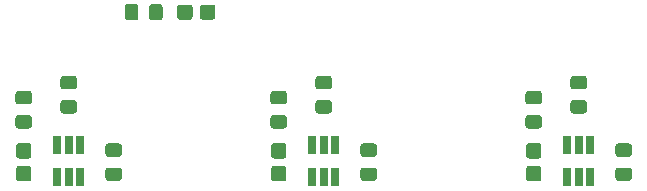
<source format=gbr>
%TF.GenerationSoftware,KiCad,Pcbnew,(5.1.6)-1*%
%TF.CreationDate,2021-04-07T17:59:20+02:00*%
%TF.ProjectId,touch_button_tester,746f7563-685f-4627-9574-746f6e5f7465,rev?*%
%TF.SameCoordinates,Original*%
%TF.FileFunction,Paste,Top*%
%TF.FilePolarity,Positive*%
%FSLAX46Y46*%
G04 Gerber Fmt 4.6, Leading zero omitted, Abs format (unit mm)*
G04 Created by KiCad (PCBNEW (5.1.6)-1) date 2021-04-07 17:59:20*
%MOMM*%
%LPD*%
G01*
G04 APERTURE LIST*
%ADD10R,0.650000X1.560000*%
G04 APERTURE END LIST*
%TO.C,C1*%
G36*
G01*
X84270001Y-88450000D02*
X83369999Y-88450000D01*
G75*
G02*
X83120000Y-88200001I0J249999D01*
G01*
X83120000Y-87549999D01*
G75*
G02*
X83369999Y-87300000I249999J0D01*
G01*
X84270001Y-87300000D01*
G75*
G02*
X84520000Y-87549999I0J-249999D01*
G01*
X84520000Y-88200001D01*
G75*
G02*
X84270001Y-88450000I-249999J0D01*
G01*
G37*
G36*
G01*
X84270001Y-90500000D02*
X83369999Y-90500000D01*
G75*
G02*
X83120000Y-90250001I0J249999D01*
G01*
X83120000Y-89599999D01*
G75*
G02*
X83369999Y-89350000I249999J0D01*
G01*
X84270001Y-89350000D01*
G75*
G02*
X84520000Y-89599999I0J-249999D01*
G01*
X84520000Y-90250001D01*
G75*
G02*
X84270001Y-90500000I-249999J0D01*
G01*
G37*
%TD*%
%TO.C,C2*%
G36*
G01*
X105860001Y-88450000D02*
X104959999Y-88450000D01*
G75*
G02*
X104710000Y-88200001I0J249999D01*
G01*
X104710000Y-87549999D01*
G75*
G02*
X104959999Y-87300000I249999J0D01*
G01*
X105860001Y-87300000D01*
G75*
G02*
X106110000Y-87549999I0J-249999D01*
G01*
X106110000Y-88200001D01*
G75*
G02*
X105860001Y-88450000I-249999J0D01*
G01*
G37*
G36*
G01*
X105860001Y-90500000D02*
X104959999Y-90500000D01*
G75*
G02*
X104710000Y-90250001I0J249999D01*
G01*
X104710000Y-89599999D01*
G75*
G02*
X104959999Y-89350000I249999J0D01*
G01*
X105860001Y-89350000D01*
G75*
G02*
X106110000Y-89599999I0J-249999D01*
G01*
X106110000Y-90250001D01*
G75*
G02*
X105860001Y-90500000I-249999J0D01*
G01*
G37*
%TD*%
%TO.C,C3*%
G36*
G01*
X127450001Y-88450000D02*
X126549999Y-88450000D01*
G75*
G02*
X126300000Y-88200001I0J249999D01*
G01*
X126300000Y-87549999D01*
G75*
G02*
X126549999Y-87300000I249999J0D01*
G01*
X127450001Y-87300000D01*
G75*
G02*
X127700000Y-87549999I0J-249999D01*
G01*
X127700000Y-88200001D01*
G75*
G02*
X127450001Y-88450000I-249999J0D01*
G01*
G37*
G36*
G01*
X127450001Y-90500000D02*
X126549999Y-90500000D01*
G75*
G02*
X126300000Y-90250001I0J249999D01*
G01*
X126300000Y-89599999D01*
G75*
G02*
X126549999Y-89350000I249999J0D01*
G01*
X127450001Y-89350000D01*
G75*
G02*
X127700000Y-89599999I0J-249999D01*
G01*
X127700000Y-90250001D01*
G75*
G02*
X127450001Y-90500000I-249999J0D01*
G01*
G37*
%TD*%
%TO.C,C4*%
G36*
G01*
X80460001Y-84785000D02*
X79559999Y-84785000D01*
G75*
G02*
X79310000Y-84535001I0J249999D01*
G01*
X79310000Y-83884999D01*
G75*
G02*
X79559999Y-83635000I249999J0D01*
G01*
X80460001Y-83635000D01*
G75*
G02*
X80710000Y-83884999I0J-249999D01*
G01*
X80710000Y-84535001D01*
G75*
G02*
X80460001Y-84785000I-249999J0D01*
G01*
G37*
G36*
G01*
X80460001Y-82735000D02*
X79559999Y-82735000D01*
G75*
G02*
X79310000Y-82485001I0J249999D01*
G01*
X79310000Y-81834999D01*
G75*
G02*
X79559999Y-81585000I249999J0D01*
G01*
X80460001Y-81585000D01*
G75*
G02*
X80710000Y-81834999I0J-249999D01*
G01*
X80710000Y-82485001D01*
G75*
G02*
X80460001Y-82735000I-249999J0D01*
G01*
G37*
%TD*%
%TO.C,C5*%
G36*
G01*
X102050001Y-84785000D02*
X101149999Y-84785000D01*
G75*
G02*
X100900000Y-84535001I0J249999D01*
G01*
X100900000Y-83884999D01*
G75*
G02*
X101149999Y-83635000I249999J0D01*
G01*
X102050001Y-83635000D01*
G75*
G02*
X102300000Y-83884999I0J-249999D01*
G01*
X102300000Y-84535001D01*
G75*
G02*
X102050001Y-84785000I-249999J0D01*
G01*
G37*
G36*
G01*
X102050001Y-82735000D02*
X101149999Y-82735000D01*
G75*
G02*
X100900000Y-82485001I0J249999D01*
G01*
X100900000Y-81834999D01*
G75*
G02*
X101149999Y-81585000I249999J0D01*
G01*
X102050001Y-81585000D01*
G75*
G02*
X102300000Y-81834999I0J-249999D01*
G01*
X102300000Y-82485001D01*
G75*
G02*
X102050001Y-82735000I-249999J0D01*
G01*
G37*
%TD*%
%TO.C,C6*%
G36*
G01*
X123640001Y-84785000D02*
X122739999Y-84785000D01*
G75*
G02*
X122490000Y-84535001I0J249999D01*
G01*
X122490000Y-83884999D01*
G75*
G02*
X122739999Y-83635000I249999J0D01*
G01*
X123640001Y-83635000D01*
G75*
G02*
X123890000Y-83884999I0J-249999D01*
G01*
X123890000Y-84535001D01*
G75*
G02*
X123640001Y-84785000I-249999J0D01*
G01*
G37*
G36*
G01*
X123640001Y-82735000D02*
X122739999Y-82735000D01*
G75*
G02*
X122490000Y-82485001I0J249999D01*
G01*
X122490000Y-81834999D01*
G75*
G02*
X122739999Y-81585000I249999J0D01*
G01*
X123640001Y-81585000D01*
G75*
G02*
X123890000Y-81834999I0J-249999D01*
G01*
X123890000Y-82485001D01*
G75*
G02*
X123640001Y-82735000I-249999J0D01*
G01*
G37*
%TD*%
%TO.C,D1*%
G36*
G01*
X75800000Y-89200000D02*
X76600000Y-89200000D01*
G75*
G02*
X76850000Y-89450000I0J-250000D01*
G01*
X76850000Y-90275000D01*
G75*
G02*
X76600000Y-90525000I-250000J0D01*
G01*
X75800000Y-90525000D01*
G75*
G02*
X75550000Y-90275000I0J250000D01*
G01*
X75550000Y-89450000D01*
G75*
G02*
X75800000Y-89200000I250000J0D01*
G01*
G37*
G36*
G01*
X75800000Y-87275000D02*
X76600000Y-87275000D01*
G75*
G02*
X76850000Y-87525000I0J-250000D01*
G01*
X76850000Y-88350000D01*
G75*
G02*
X76600000Y-88600000I-250000J0D01*
G01*
X75800000Y-88600000D01*
G75*
G02*
X75550000Y-88350000I0J250000D01*
G01*
X75550000Y-87525000D01*
G75*
G02*
X75800000Y-87275000I250000J0D01*
G01*
G37*
%TD*%
%TO.C,D2*%
G36*
G01*
X97390000Y-87275000D02*
X98190000Y-87275000D01*
G75*
G02*
X98440000Y-87525000I0J-250000D01*
G01*
X98440000Y-88350000D01*
G75*
G02*
X98190000Y-88600000I-250000J0D01*
G01*
X97390000Y-88600000D01*
G75*
G02*
X97140000Y-88350000I0J250000D01*
G01*
X97140000Y-87525000D01*
G75*
G02*
X97390000Y-87275000I250000J0D01*
G01*
G37*
G36*
G01*
X97390000Y-89200000D02*
X98190000Y-89200000D01*
G75*
G02*
X98440000Y-89450000I0J-250000D01*
G01*
X98440000Y-90275000D01*
G75*
G02*
X98190000Y-90525000I-250000J0D01*
G01*
X97390000Y-90525000D01*
G75*
G02*
X97140000Y-90275000I0J250000D01*
G01*
X97140000Y-89450000D01*
G75*
G02*
X97390000Y-89200000I250000J0D01*
G01*
G37*
%TD*%
%TO.C,D3*%
G36*
G01*
X118980000Y-89200000D02*
X119780000Y-89200000D01*
G75*
G02*
X120030000Y-89450000I0J-250000D01*
G01*
X120030000Y-90275000D01*
G75*
G02*
X119780000Y-90525000I-250000J0D01*
G01*
X118980000Y-90525000D01*
G75*
G02*
X118730000Y-90275000I0J250000D01*
G01*
X118730000Y-89450000D01*
G75*
G02*
X118980000Y-89200000I250000J0D01*
G01*
G37*
G36*
G01*
X118980000Y-87275000D02*
X119780000Y-87275000D01*
G75*
G02*
X120030000Y-87525000I0J-250000D01*
G01*
X120030000Y-88350000D01*
G75*
G02*
X119780000Y-88600000I-250000J0D01*
G01*
X118980000Y-88600000D01*
G75*
G02*
X118730000Y-88350000I0J250000D01*
G01*
X118730000Y-87525000D01*
G75*
G02*
X118980000Y-87275000I250000J0D01*
G01*
G37*
%TD*%
%TO.C,D4*%
G36*
G01*
X89180000Y-76600000D02*
X89180000Y-75800000D01*
G75*
G02*
X89430000Y-75550000I250000J0D01*
G01*
X90255000Y-75550000D01*
G75*
G02*
X90505000Y-75800000I0J-250000D01*
G01*
X90505000Y-76600000D01*
G75*
G02*
X90255000Y-76850000I-250000J0D01*
G01*
X89430000Y-76850000D01*
G75*
G02*
X89180000Y-76600000I0J250000D01*
G01*
G37*
G36*
G01*
X91105000Y-76600000D02*
X91105000Y-75800000D01*
G75*
G02*
X91355000Y-75550000I250000J0D01*
G01*
X92180000Y-75550000D01*
G75*
G02*
X92430000Y-75800000I0J-250000D01*
G01*
X92430000Y-76600000D01*
G75*
G02*
X92180000Y-76850000I-250000J0D01*
G01*
X91355000Y-76850000D01*
G75*
G02*
X91105000Y-76600000I0J250000D01*
G01*
G37*
%TD*%
%TO.C,R1*%
G36*
G01*
X76650001Y-84005000D02*
X75749999Y-84005000D01*
G75*
G02*
X75500000Y-83755001I0J249999D01*
G01*
X75500000Y-83104999D01*
G75*
G02*
X75749999Y-82855000I249999J0D01*
G01*
X76650001Y-82855000D01*
G75*
G02*
X76900000Y-83104999I0J-249999D01*
G01*
X76900000Y-83755001D01*
G75*
G02*
X76650001Y-84005000I-249999J0D01*
G01*
G37*
G36*
G01*
X76650001Y-86055000D02*
X75749999Y-86055000D01*
G75*
G02*
X75500000Y-85805001I0J249999D01*
G01*
X75500000Y-85154999D01*
G75*
G02*
X75749999Y-84905000I249999J0D01*
G01*
X76650001Y-84905000D01*
G75*
G02*
X76900000Y-85154999I0J-249999D01*
G01*
X76900000Y-85805001D01*
G75*
G02*
X76650001Y-86055000I-249999J0D01*
G01*
G37*
%TD*%
%TO.C,R2*%
G36*
G01*
X98240001Y-86055000D02*
X97339999Y-86055000D01*
G75*
G02*
X97090000Y-85805001I0J249999D01*
G01*
X97090000Y-85154999D01*
G75*
G02*
X97339999Y-84905000I249999J0D01*
G01*
X98240001Y-84905000D01*
G75*
G02*
X98490000Y-85154999I0J-249999D01*
G01*
X98490000Y-85805001D01*
G75*
G02*
X98240001Y-86055000I-249999J0D01*
G01*
G37*
G36*
G01*
X98240001Y-84005000D02*
X97339999Y-84005000D01*
G75*
G02*
X97090000Y-83755001I0J249999D01*
G01*
X97090000Y-83104999D01*
G75*
G02*
X97339999Y-82855000I249999J0D01*
G01*
X98240001Y-82855000D01*
G75*
G02*
X98490000Y-83104999I0J-249999D01*
G01*
X98490000Y-83755001D01*
G75*
G02*
X98240001Y-84005000I-249999J0D01*
G01*
G37*
%TD*%
%TO.C,R3*%
G36*
G01*
X119830001Y-84005000D02*
X118929999Y-84005000D01*
G75*
G02*
X118680000Y-83755001I0J249999D01*
G01*
X118680000Y-83104999D01*
G75*
G02*
X118929999Y-82855000I249999J0D01*
G01*
X119830001Y-82855000D01*
G75*
G02*
X120080000Y-83104999I0J-249999D01*
G01*
X120080000Y-83755001D01*
G75*
G02*
X119830001Y-84005000I-249999J0D01*
G01*
G37*
G36*
G01*
X119830001Y-86055000D02*
X118929999Y-86055000D01*
G75*
G02*
X118680000Y-85805001I0J249999D01*
G01*
X118680000Y-85154999D01*
G75*
G02*
X118929999Y-84905000I249999J0D01*
G01*
X119830001Y-84905000D01*
G75*
G02*
X120080000Y-85154999I0J-249999D01*
G01*
X120080000Y-85805001D01*
G75*
G02*
X119830001Y-86055000I-249999J0D01*
G01*
G37*
%TD*%
%TO.C,R4*%
G36*
G01*
X87960000Y-75749999D02*
X87960000Y-76650001D01*
G75*
G02*
X87710001Y-76900000I-249999J0D01*
G01*
X87059999Y-76900000D01*
G75*
G02*
X86810000Y-76650001I0J249999D01*
G01*
X86810000Y-75749999D01*
G75*
G02*
X87059999Y-75500000I249999J0D01*
G01*
X87710001Y-75500000D01*
G75*
G02*
X87960000Y-75749999I0J-249999D01*
G01*
G37*
G36*
G01*
X85910000Y-75749999D02*
X85910000Y-76650001D01*
G75*
G02*
X85660001Y-76900000I-249999J0D01*
G01*
X85009999Y-76900000D01*
G75*
G02*
X84760000Y-76650001I0J249999D01*
G01*
X84760000Y-75749999D01*
G75*
G02*
X85009999Y-75500000I249999J0D01*
G01*
X85660001Y-75500000D01*
G75*
G02*
X85910000Y-75749999I0J-249999D01*
G01*
G37*
%TD*%
D10*
%TO.C,U4*%
X79060000Y-90170000D03*
X80010000Y-90170000D03*
X80960000Y-90170000D03*
X80960000Y-87470000D03*
X79060000Y-87470000D03*
X80010000Y-87470000D03*
%TD*%
%TO.C,U5*%
X101600000Y-87470000D03*
X100650000Y-87470000D03*
X102550000Y-87470000D03*
X102550000Y-90170000D03*
X101600000Y-90170000D03*
X100650000Y-90170000D03*
%TD*%
%TO.C,U6*%
X122240000Y-90170000D03*
X123190000Y-90170000D03*
X124140000Y-90170000D03*
X124140000Y-87470000D03*
X122240000Y-87470000D03*
X123190000Y-87470000D03*
%TD*%
M02*

</source>
